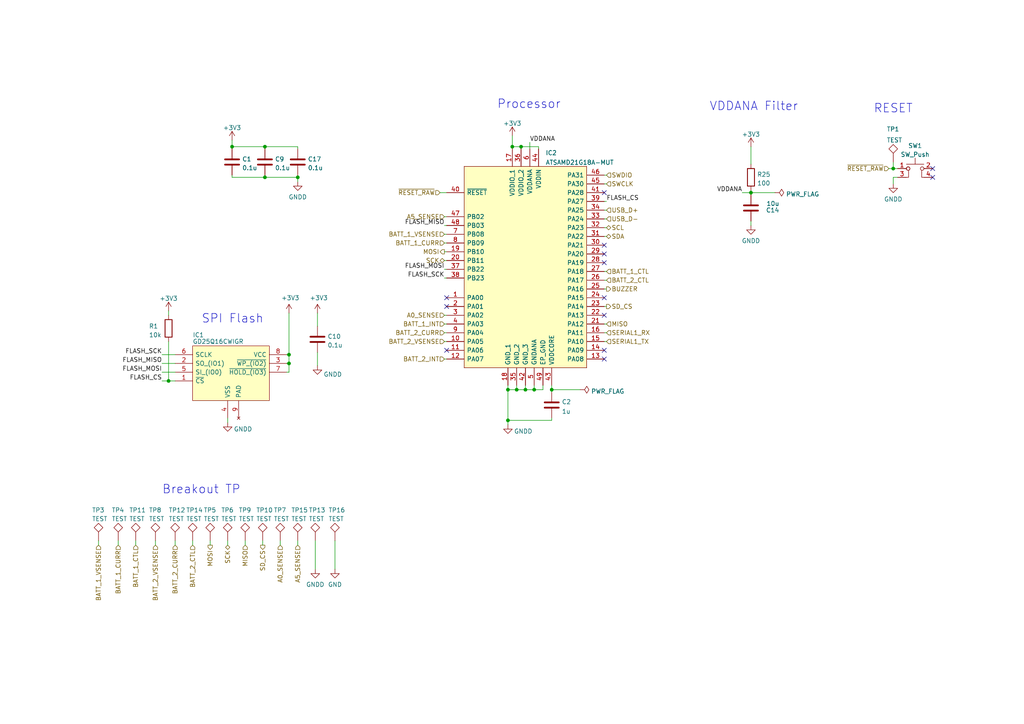
<source format=kicad_sch>
(kicad_sch (version 20211123) (generator eeschema)
  (paper "A4")
  (lib_symbols
    (symbol "0.power-symbols:+3.3V" (power) (pin_names (offset 0))
      (property "Value" "+3.3V" (at 0 3.556 0))
      (symbol "+3.3V_0_1"
        (polyline (pts (xy -0.762 1.27) (xy 0 2.54)))
        (polyline (pts (xy 0 0) (xy 0 2.54)))
        (polyline (pts (xy 0 2.54) (xy 0.762 1.27)))
      )
      (symbol "+3.3V_1_1"
        (pin power_in line (at 0 0 90) (length 0) hide (name "+3V3") (number "1"))
      )
    )
    (symbol "0.power-symbols:GND" (power) (pin_names (offset 0))
      (property "Value" "GND" (at 0 -3.81 0))
      (symbol "GND_0_1"
        (polyline (pts (xy 0 0) (xy 0 -1.27) (xy 1.27 -1.27) (xy 0 -2.54) (xy -1.27 -1.27) (xy 0 -1.27)))
      )
      (symbol "GND_1_1"
        (pin power_in line (at 0 0 270) (length 0) hide (name "GND") (number "1"))
      )
    )
    (symbol "0.power-symbols:GNDD" (power) (pin_names (offset 0))
      (property "Value" "GNDD" (at 0 -3.81 0))
      (symbol "GNDD_0_1"
        (polyline (pts (xy 0 0) (xy 0 -1.27) (xy 1.27 -1.27) (xy 0 -2.54) (xy -1.27 -1.27) (xy 0 -1.27)))
      )
      (symbol "GNDD_1_1"
        (pin power_in line (at 0 0 270) (length 0) hide (name "GNDD") (number "1"))
      )
    )
    (symbol "0.power-symbols:PWR_FLAG" (power) (pin_numbers hide) (pin_names (offset 0) hide)
      (property "Value" "PWR_FLAG" (at 0 3.81 0))
      (symbol "PWR_FLAG_0_0"
        (pin power_out line (at 0 0 90) (length 0) (name "pwr") (number "1"))
      )
      (symbol "PWR_FLAG_0_1"
        (polyline (pts (xy 0 0) (xy 0 1.27) (xy -1.016 1.905) (xy 0 2.54) (xy 1.016 1.905) (xy 0 1.27)))
      )
    )
    (symbol "1.semi.embedded:GD25Q16CWIGR" (pin_names (offset 0.762))
      (property "Reference" "IC" (at -11.43 32.385 0))
      (property "Value" "GD25Q16CWIGR" (at -11.43 29.845 0))
      (symbol "GD25Q16CWIGR_0_0"
        (pin input line (at -16.51 -2.54 0) (length 5.08) (name "~{CS}") (number "1"))
        (pin bidirectional line (at -16.51 2.54 0) (length 5.08) (name "SO_(IO1)") (number "2"))
        (pin input line (at 15.875 2.54 180) (length 5.08) (name "~{WP_(IO2)}") (number "3"))
        (pin power_in line (at -1.27 -13.335 90) (length 5.08) (name "VSS") (number "4"))
        (pin bidirectional line (at -16.51 0 0) (length 5.08) (name "SI_(IO0)") (number "5"))
        (pin input line (at -16.51 5.08 0) (length 5.08) (name "SCLK") (number "6"))
        (pin input line (at 15.875 0 180) (length 5.08) (name "~{HOLD_(IO3)}") (number "7"))
        (pin power_in line (at 15.875 5.08 180) (length 5.08) (name "VCC") (number "8"))
        (pin no_connect line (at 1.905 -13.335 90) (length 5.08) (name "PAD") (number "9"))
      )
      (symbol "GD25Q16CWIGR_0_1"
        (polyline (pts (xy -11.43 7.62) (xy 10.795 7.62) (xy 10.795 -8.255) (xy -1.27 -8.255) (xy -11.43 -8.255) (xy -11.43 7.62)) (stroke (width 0.1524)) (fill (type background)))
      )
    )
    (symbol "1.semi.embedded_samdx:ATSAMD21G18A-MUT" (pin_names (offset 0.762))
      (property "Reference" "IC" (at 32.385 29.21 0))
      (property "Value" "ATSAMD21G18A-MUT" (at 32.385 26.67 0))
      (symbol "ATSAMD21G18A-MUT_0_0"
        (pin passive line (at -22.86 -7.62 0) (length 5.08) (name "PA00") (number "1"))
        (pin passive line (at -22.86 -20.32 0) (length 5.08) (name "PA05") (number "10"))
        (pin passive line (at -22.86 -22.86 0) (length 5.08) (name "PA06") (number "11"))
        (pin passive line (at -22.86 -25.4 0) (length 5.08) (name "PA07") (number "12"))
        (pin passive line (at 22.86 -25.4 180) (length 5.08) (name "PA08") (number "13"))
        (pin passive line (at 22.86 -22.86 180) (length 5.08) (name "PA09") (number "14"))
        (pin passive line (at 22.86 -20.32 180) (length 5.08) (name "PA10") (number "15"))
        (pin passive line (at 22.86 -17.78 180) (length 5.08) (name "PA11") (number "16"))
        (pin power_in line (at -3.81 35.56 270) (length 5.08) (name "VDDIO_1") (number "17"))
        (pin power_in line (at -5.08 -33.02 90) (length 5.08) (name "GND_1") (number "18"))
        (pin passive line (at -22.86 5.715 0) (length 5.08) (name "PB10") (number "19"))
        (pin passive line (at -22.86 -10.16 0) (length 5.08) (name "PA01") (number "2"))
        (pin passive line (at -22.86 3.175 0) (length 5.08) (name "PB11") (number "20"))
        (pin passive line (at 22.86 -15.24 180) (length 5.08) (name "PA12") (number "21"))
        (pin passive line (at 22.86 -12.7 180) (length 5.08) (name "PA13") (number "22"))
        (pin passive line (at 22.86 -10.16 180) (length 5.08) (name "PA14") (number "23"))
        (pin passive line (at 22.86 -7.62 180) (length 5.08) (name "PA15") (number "24"))
        (pin passive line (at 22.86 -5.08 180) (length 5.08) (name "PA16") (number "25"))
        (pin passive line (at 22.86 -2.54 180) (length 5.08) (name "PA17") (number "26"))
        (pin passive line (at 22.86 0 180) (length 5.08) (name "PA18") (number "27"))
        (pin passive line (at 22.86 2.54 180) (length 5.08) (name "PA19") (number "28"))
        (pin passive line (at 22.86 5.08 180) (length 5.08) (name "PA20") (number "29"))
        (pin passive line (at -22.86 -12.7 0) (length 5.08) (name "PA02") (number "3"))
        (pin passive line (at 22.86 7.62 180) (length 5.08) (name "PA21") (number "30"))
        (pin passive line (at 22.86 10.16 180) (length 5.08) (name "PA22") (number "31"))
        (pin passive line (at 22.86 12.7 180) (length 5.08) (name "PA23") (number "32"))
        (pin passive line (at 22.86 15.24 180) (length 5.08) (name "PA24") (number "33"))
        (pin passive line (at 22.86 17.78 180) (length 5.08) (name "PA25") (number "34"))
        (pin power_in line (at -2.54 -33.02 90) (length 5.08) (name "GND_2") (number "35"))
        (pin power_in line (at -1.27 35.56 270) (length 5.08) (name "VDDIO_2") (number "36"))
        (pin passive line (at -22.86 0.635 0) (length 5.08) (name "PB22") (number "37"))
        (pin passive line (at -22.86 -1.905 0) (length 5.08) (name "PB23") (number "38"))
        (pin passive line (at 22.86 20.32 180) (length 5.08) (name "PA27") (number "39"))
        (pin passive line (at -22.86 -15.24 0) (length 5.08) (name "PA03") (number "4"))
        (pin passive line (at -22.86 22.86 0) (length 5.08) (name "~{RESET}") (number "40"))
        (pin passive line (at 22.86 22.86 180) (length 5.08) (name "PA28") (number "41"))
        (pin power_in line (at 0 -33.02 90) (length 5.08) (name "GND_3") (number "42"))
        (pin power_in line (at 7.62 -33.02 90) (length 5.08) (name "VDDCORE") (number "43"))
        (pin power_in line (at 3.81 35.56 270) (length 5.08) (name "VDDIN") (number "44"))
        (pin passive line (at 22.86 25.4 180) (length 5.08) (name "PA30") (number "45"))
        (pin passive line (at 22.86 27.94 180) (length 5.08) (name "PA31") (number "46"))
        (pin passive line (at -22.86 15.875 0) (length 5.08) (name "PB02") (number "47"))
        (pin passive line (at -22.86 13.335 0) (length 5.08) (name "PB03") (number "48"))
        (pin power_in line (at 5.08 -33.02 90) (length 5.08) (name "EP_GND") (number "49"))
        (pin power_in line (at 2.54 -33.02 90) (length 5.08) (name "GNDANA") (number "5"))
        (pin power_in line (at 1.27 35.56 270) (length 5.08) (name "VDDANA") (number "6"))
        (pin passive line (at -22.86 10.795 0) (length 5.08) (name "PB08") (number "7"))
        (pin passive line (at -22.86 8.255 0) (length 5.08) (name "PB09") (number "8"))
        (pin passive line (at -22.86 -17.78 0) (length 5.08) (name "PA04") (number "9"))
      )
      (symbol "ATSAMD21G18A-MUT_0_1"
        (polyline (pts (xy -17.78 30.48) (xy 17.78 30.48) (xy 17.78 -27.94) (xy -17.78 -27.94) (xy -17.78 30.48)) (stroke (width 0.1524)) (fill (type background)))
      )
    )
    (symbol "2.passive:C" (pin_numbers hide) (pin_names (offset 0.254))
      (property "Reference" "C" (at 0.635 2.54 0))
      (property "Value" "C" (at 0.635 -2.54 0))
      (symbol "C_0_1"
        (polyline (pts (xy -2.032 -0.762) (xy 2.032 -0.762)) (stroke (width 0.508)))
        (polyline (pts (xy -2.032 0.762) (xy 2.032 0.762)) (stroke (width 0.508)))
      )
      (symbol "C_1_1"
        (pin passive line (at 0 3.81 270) (length 2.794) (name "~") (number "1"))
        (pin passive line (at 0 -3.81 90) (length 2.794) (name "~") (number "2"))
      )
    )
    (symbol "2.passive:R" (pin_numbers hide) (pin_names (offset 0))
      (property "Reference" "R" (at 2.032 0 90))
      (property "Value" "R" (at 0 0 90))
      (symbol "R_0_1"
        (rectangle (start -1.016 -2.54) (end 1.016 2.54) (stroke (width 0.254)))
      )
      (symbol "R_1_1"
        (pin passive line (at 0 3.81 270) (length 1.27) (name "~") (number "1"))
        (pin passive line (at 0 -3.81 90) (length 1.27) (name "~") (number "2"))
      )
    )
    (symbol "3.electromechanical.switch:SW_Push" (pin_names (offset 1.016) hide)
      (property "Reference" "SW" (at 1.27 2.54 0))
      (property "Value" "SW_Push" (at 0 -3.81 0))
      (symbol "SW_Push_0_1"
        (circle (center -2.032 0) (radius 0.508))
        (circle (center -2.032 0) (radius 0.508))
        (polyline (pts (xy 0 1.27) (xy 0 3.048)))
        (polyline (pts (xy 2.54 1.27) (xy -2.54 1.27)))
        (polyline (pts (xy -2.54 -2.54) (xy -1.905 -2.54) (xy -1.905 -0.635)))
        (polyline (pts (xy 2.54 -2.54) (xy 1.905 -2.54) (xy 1.905 -0.635)))
        (circle (center 2.032 0) (radius 0.508))
        (pin input line (at -5.08 0 0) (length 2.54) (name "1") (number "1"))
        (pin input line (at 5.08 0 180) (length 2.54) (name "2") (number "2"))
      )
      (symbol "SW_Push_1_1"
        (pin passive line (at -5.08 -2.54 0) (length 2.54) (name "3") (number "3"))
        (pin passive line (at 5.08 -2.54 180) (length 2.54) (name "4") (number "4"))
      )
    )
    (symbol "5.connector.interconnect:TEST" (pin_numbers hide) (pin_names (offset 1.016) hide)
      (property "Reference" "TP" (at 0 7.62 0))
      (property "Value" "TEST" (at 0 6.35 0))
      (symbol "TEST_0_1"
        (polyline (pts (xy 0 5.08) (xy -1.27 3.81) (xy 0 2.54) (xy 1.27 3.81) (xy 0 5.08) (xy 0 5.08)))
      )
      (symbol "TEST_1_1"
        (pin passive line (at 0 0 90) (length 2.54) (name "~") (number "1"))
      )
    )
  )
  (junction (at 152.4 113.03))
  (junction (at 154.94 113.03))
  (junction (at 86.36 51.435))
  (junction (at 217.805 55.88))
  (junction (at 148.59 42.545))
  (junction (at 149.86 113.03))
  (junction (at 83.82 105.41))
  (junction (at 147.32 113.03))
  (junction (at 48.895 110.49))
  (junction (at 259.08 48.895))
  (junction (at 151.13 42.545))
  (junction (at 147.32 121.92))
  (junction (at 76.835 42.545))
  (junction (at 76.835 51.435))
  (junction (at 67.31 42.545))
  (junction (at 160.02 113.03))
  (junction (at 83.82 102.87))
  (no_connect (at 270.51 51.435))
  (no_connect (at 175.26 91.44))
  (no_connect (at 175.26 86.36))
  (no_connect (at 175.26 76.2))
  (no_connect (at 129.54 101.6))
  (no_connect (at 175.26 104.14))
  (no_connect (at 175.26 101.6))
  (no_connect (at 129.54 86.36))
  (no_connect (at 270.51 48.895))
  (no_connect (at 175.26 73.66))
  (no_connect (at 175.26 55.88))
  (no_connect (at 175.26 71.12))
  (no_connect (at 129.54 88.9))
  (wire (pts (xy 259.08 46.99) (xy 259.08 48.895)))
  (wire (pts (xy 67.31 42.545) (xy 76.835 42.545)))
  (wire (pts (xy 147.32 113.03) (xy 147.32 121.92)))
  (wire (pts (xy 39.37 156.845) (xy 39.37 158.115)))
  (wire (pts (xy 76.835 42.545) (xy 86.36 42.545)))
  (wire (pts (xy 50.8 156.845) (xy 50.8 158.115)))
  (wire (pts (xy 55.88 156.845) (xy 55.88 158.115)))
  (wire (pts (xy 67.31 43.18) (xy 67.31 42.545)))
  (wire (pts (xy 156.21 42.545) (xy 156.21 43.18)))
  (wire (pts (xy 152.4 113.03) (xy 152.4 111.76)))
  (wire (pts (xy 127.635 55.88) (xy 129.54 55.88)))
  (wire (pts (xy 76.2 156.845) (xy 76.2 158.115)))
  (wire (pts (xy 175.26 99.06) (xy 175.895 99.06)))
  (wire (pts (xy 76.835 42.545) (xy 76.835 43.18)))
  (wire (pts (xy 128.905 62.865) (xy 129.54 62.865)))
  (wire (pts (xy 160.02 121.92) (xy 147.32 121.92)))
  (wire (pts (xy 83.185 107.95) (xy 83.82 107.95)))
  (wire (pts (xy 217.805 55.88) (xy 217.805 56.515)))
  (wire (pts (xy 259.08 51.435) (xy 259.08 53.34)))
  (wire (pts (xy 128.905 78.105) (xy 129.54 78.105)))
  (wire (pts (xy 71.12 156.845) (xy 71.12 158.115)))
  (wire (pts (xy 151.13 42.545) (xy 156.21 42.545)))
  (wire (pts (xy 86.36 51.435) (xy 86.36 52.705)))
  (wire (pts (xy 67.31 50.8) (xy 67.31 51.435)))
  (wire (pts (xy 128.905 67.945) (xy 129.54 67.945)))
  (wire (pts (xy 128.905 65.405) (xy 129.54 65.405)))
  (wire (pts (xy 259.08 48.895) (xy 260.35 48.895)))
  (wire (pts (xy 217.805 64.135) (xy 217.805 65.405)))
  (wire (pts (xy 128.905 80.645) (xy 129.54 80.645)))
  (wire (pts (xy 260.35 51.435) (xy 259.08 51.435)))
  (wire (pts (xy 83.82 105.41) (xy 83.82 107.95)))
  (wire (pts (xy 86.36 156.845) (xy 86.36 158.115)))
  (wire (pts (xy 147.32 113.03) (xy 147.32 111.76)))
  (wire (pts (xy 46.99 105.41) (xy 50.8 105.41)))
  (wire (pts (xy 46.99 107.95) (xy 50.8 107.95)))
  (wire (pts (xy 60.96 156.845) (xy 60.96 158.115)))
  (wire (pts (xy 83.82 90.805) (xy 83.82 102.87)))
  (wire (pts (xy 45.085 156.845) (xy 45.085 158.115)))
  (wire (pts (xy 147.32 121.92) (xy 147.32 123.19)))
  (wire (pts (xy 175.26 78.74) (xy 175.895 78.74)))
  (wire (pts (xy 97.155 156.845) (xy 97.155 165.1)))
  (wire (pts (xy 147.32 113.03) (xy 149.86 113.03)))
  (wire (pts (xy 175.895 68.58) (xy 175.26 68.58)))
  (wire (pts (xy 154.94 113.03) (xy 154.94 111.76)))
  (wire (pts (xy 66.04 122.555) (xy 66.04 121.285)))
  (wire (pts (xy 160.02 111.76) (xy 160.02 113.03)))
  (wire (pts (xy 66.04 156.845) (xy 66.04 158.115)))
  (wire (pts (xy 28.575 156.845) (xy 28.575 158.115)))
  (wire (pts (xy 48.895 99.06) (xy 48.895 110.49)))
  (wire (pts (xy 92.075 102.235) (xy 92.075 106.045)))
  (wire (pts (xy 175.26 53.34) (xy 175.895 53.34)))
  (wire (pts (xy 128.905 75.565) (xy 129.54 75.565)))
  (wire (pts (xy 175.26 83.82) (xy 175.895 83.82)))
  (wire (pts (xy 151.13 42.545) (xy 151.13 43.18)))
  (wire (pts (xy 175.26 81.28) (xy 175.895 81.28)))
  (wire (pts (xy 160.02 113.03) (xy 168.275 113.03)))
  (wire (pts (xy 76.835 51.435) (xy 86.36 51.435)))
  (wire (pts (xy 149.86 113.03) (xy 152.4 113.03)))
  (wire (pts (xy 92.075 90.805) (xy 92.075 94.615)))
  (wire (pts (xy 148.59 39.37) (xy 148.59 42.545)))
  (wire (pts (xy 175.26 50.8) (xy 175.895 50.8)))
  (wire (pts (xy 128.905 91.44) (xy 129.54 91.44)))
  (wire (pts (xy 128.905 70.485) (xy 129.54 70.485)))
  (wire (pts (xy 81.28 156.845) (xy 81.28 158.115)))
  (wire (pts (xy 217.805 42.545) (xy 217.805 47.625)))
  (wire (pts (xy 91.44 156.845) (xy 91.44 165.1)))
  (wire (pts (xy 153.67 41.275) (xy 153.67 43.18)))
  (wire (pts (xy 257.81 48.895) (xy 259.08 48.895)))
  (wire (pts (xy 83.82 102.87) (xy 83.82 105.41)))
  (wire (pts (xy 148.59 42.545) (xy 151.13 42.545)))
  (wire (pts (xy 175.26 88.9) (xy 175.895 88.9)))
  (wire (pts (xy 149.86 113.03) (xy 149.86 111.76)))
  (wire (pts (xy 67.31 51.435) (xy 76.835 51.435)))
  (wire (pts (xy 67.31 40.64) (xy 67.31 42.545)))
  (wire (pts (xy 175.895 66.04) (xy 175.26 66.04)))
  (wire (pts (xy 83.185 102.87) (xy 83.82 102.87)))
  (wire (pts (xy 175.26 93.98) (xy 175.895 93.98)))
  (wire (pts (xy 217.805 55.88) (xy 217.805 55.245)))
  (wire (pts (xy 152.4 113.03) (xy 154.94 113.03)))
  (wire (pts (xy 128.905 99.06) (xy 129.54 99.06)))
  (wire (pts (xy 34.29 156.845) (xy 34.29 158.115)))
  (wire (pts (xy 175.895 58.42) (xy 175.26 58.42)))
  (wire (pts (xy 48.895 110.49) (xy 50.8 110.49)))
  (wire (pts (xy 128.905 93.98) (xy 129.54 93.98)))
  (wire (pts (xy 160.02 113.03) (xy 160.02 113.665)))
  (wire (pts (xy 217.805 55.88) (xy 224.79 55.88)))
  (wire (pts (xy 160.02 121.92) (xy 160.02 121.285)))
  (wire (pts (xy 128.905 73.025) (xy 129.54 73.025)))
  (wire (pts (xy 215.265 55.88) (xy 217.805 55.88)))
  (wire (pts (xy 86.36 43.18) (xy 86.36 42.545)))
  (wire (pts (xy 83.185 105.41) (xy 83.82 105.41)))
  (wire (pts (xy 46.99 110.49) (xy 48.895 110.49)))
  (wire (pts (xy 128.905 104.14) (xy 129.54 104.14)))
  (wire (pts (xy 154.94 113.03) (xy 157.48 113.03)))
  (wire (pts (xy 157.48 113.03) (xy 157.48 111.76)))
  (wire (pts (xy 175.26 96.52) (xy 175.895 96.52)))
  (wire (pts (xy 175.895 60.96) (xy 175.26 60.96)))
  (wire (pts (xy 46.99 102.87) (xy 50.8 102.87)))
  (wire (pts (xy 148.59 42.545) (xy 148.59 43.18)))
  (wire (pts (xy 48.895 90.17) (xy 48.895 91.44)))
  (wire (pts (xy 128.905 96.52) (xy 129.54 96.52)))
  (wire (pts (xy 76.835 50.8) (xy 76.835 51.435)))
  (wire (pts (xy 175.26 63.5) (xy 175.895 63.5)))
  (wire (pts (xy 86.36 50.8) (xy 86.36 51.435)))
  (text "SPI Flash" (at 58.42 93.98 0) (effects (font (size 2.4892 2.4892)) (justify left bottom)))
  (text "VDDANA Filter" (at 205.74 32.385 0) (effects (font (size 2.4892 2.4892)) (justify left bottom)))
  (text "RESET" (at 253.365 33.02 0) (effects (font (size 2.4892 2.4892)) (justify left bottom)))
  (text "Breakout TP" (at 46.99 143.51 0) (effects (font (size 2.4892 2.4892)) (justify left bottom)))
  (text "Processor" (at 144.145 31.75 0) (effects (font (size 2.4892 2.4892)) (justify left bottom)))
  (label "FLASH_CS" (at 46.99 110.49 180))
  (label "FLASH_MISO" (at 128.905 65.405 180))
  (label "VDDANA" (at 215.265 55.88 180))
  (label "FLASH_MOSI" (at 46.99 107.95 180))
  (label "FLASH_MISO" (at 46.99 105.41 180))
  (label "FLASH_SCK" (at 46.99 102.87 180))
  (label "FLASH_MOSI" (at 128.905 78.105 180))
  (label "FLASH_CS" (at 175.895 58.42 0))
  (label "VDDANA" (at 153.67 41.275 0))
  (label "FLASH_SCK" (at 128.905 80.645 180))
  (hierarchical_label "MOSI" (shape output) (at 60.96 158.115 270))
  (hierarchical_label "SCK" (shape bidirectional) (at 128.905 75.565 180))
  (hierarchical_label "BATT_2_CURR" (shape input) (at 128.905 96.52 180))
  (hierarchical_label "BATT_2_INT" (shape input) (at 128.905 104.14 180))
  (hierarchical_label "SCK" (shape bidirectional) (at 66.04 158.115 270))
  (hierarchical_label "BATT_2_CTL" (shape input) (at 55.88 158.115 270))
  (hierarchical_label "SERIAL1_RX" (shape input) (at 175.895 96.52 0))
  (hierarchical_label "BATT_1_CURR" (shape input) (at 34.29 158.115 270))
  (hierarchical_label "BATT_2_CTL" (shape input) (at 175.895 81.28 0))
  (hierarchical_label "A5_SENSE" (shape input) (at 86.36 158.115 270))
  (hierarchical_label "MOSI" (shape output) (at 128.905 73.025 180))
  (hierarchical_label "BATT_1_CTL" (shape input) (at 39.37 158.115 270))
  (hierarchical_label "SCL" (shape bidirectional) (at 175.895 66.04 0))
  (hierarchical_label "USB_D-" (shape input) (at 175.895 63.5 0))
  (hierarchical_label "MISO" (shape input) (at 71.12 158.115 270))
  (hierarchical_label "BATT_2_CURR" (shape input) (at 50.8 158.115 270))
  (hierarchical_label "A0_SENSE" (shape input) (at 128.905 91.44 180))
  (hierarchical_label "BATT_1_INT" (shape input) (at 128.905 93.98 180))
  (hierarchical_label "SD_CS" (shape output) (at 175.895 88.9 0))
  (hierarchical_label "~{RESET_RAW}" (shape input) (at 127.635 55.88 180))
  (hierarchical_label "MISO" (shape input) (at 175.895 93.98 0))
  (hierarchical_label "BUZZER" (shape output) (at 175.895 83.82 0))
  (hierarchical_label "BATT_1_VSENSE" (shape input) (at 28.575 158.115 270))
  (hierarchical_label "BATT_2_VSENSE" (shape input) (at 128.905 99.06 180))
  (hierarchical_label "SWDIO" (shape input) (at 175.895 50.8 0))
  (hierarchical_label "USB_D+" (shape input) (at 175.895 60.96 0))
  (hierarchical_label "A0_SENSE" (shape input) (at 81.28 158.115 270))
  (hierarchical_label "~{RESET_RAW}" (shape input) (at 257.81 48.895 180))
  (hierarchical_label "SDA" (shape bidirectional) (at 175.895 68.58 0))
  (hierarchical_label "A5_SENSE" (shape input) (at 128.905 62.865 180))
  (hierarchical_label "BATT_1_CURR" (shape input) (at 128.905 70.485 180))
  (hierarchical_label "SWCLK" (shape input) (at 175.895 53.34 0))
  (hierarchical_label "BATT_1_VSENSE" (shape input) (at 128.905 67.945 180))
  (hierarchical_label "BATT_1_CTL" (shape input) (at 175.895 78.74 0))
  (hierarchical_label "SERIAL1_TX" (shape input) (at 175.895 99.06 0))
  (hierarchical_label "SD_CS" (shape output) (at 76.2 158.115 270))
  (hierarchical_label "BATT_2_VSENSE" (shape input) (at 45.085 158.115 270))
  (symbol (lib_id "5.connector.interconnect:TEST") (at 66.04 156.845 0) (unit 1)
    (property "Reference" "TP6" (at 64.135 147.955 0) (effects (justify left)))
    (property "Value" "TEST" (at 64.135 150.4919 0) (effects (justify left)))
    (property "Footprint" "0_misc:test_point_2mm_square" (effects hide))
  )
  (symbol (lib_id "5.connector.interconnect:TEST") (at 45.085 156.845 0) (unit 1)
    (property "Reference" "TP8" (at 43.18 147.955 0) (effects (justify left)))
    (property "Value" "TEST" (at 43.18 150.4919 0) (effects (justify left)))
    (property "Footprint" "0_misc:test_point_2mm_square" (effects hide))
  )
  (symbol (lib_id "5.connector.interconnect:TEST") (at 91.44 156.845 0) (unit 1)
    (property "Reference" "TP13" (at 89.535 147.955 0) (effects (justify left)))
    (property "Value" "TEST" (at 89.535 150.4919 0) (effects (justify left)))
    (property "Footprint" "0_misc:test_point_2mm_square" (effects hide))
  )
  (symbol (lib_id "5.connector.interconnect:TEST") (at 259.08 46.99 0) (unit 1)
    (property "Reference" "TP1" (at 257.175 37.465 0) (effects (justify left)))
    (property "Value" "TEST" (at 257.175 40.64 0) (effects (justify left)))
    (property "Footprint" "0_misc:test_point_1.0mm_square" (effects hide))
  )
  (symbol (lib_id "2.passive:C") (at 76.835 46.99 180) (unit 1)
    (property "Reference" "C9" (at 79.756 46.1553 0) (effects (justify right)))
    (property "Value" "0.1u" (at 79.756 48.6922 0) (effects (justify right)))
    (property "Footprint" "2_Passives_Capacitors_SMD_IPC:C_1608_603_B" (effects hide))
    (property "PN" "2,5" (effects hide))
  )
  (symbol (lib_id "0.power-symbols:+3.3V") (at 83.82 90.805 0) (unit 1)
    (property "Reference" "#PWR015" (effects hide))
    (property "Value" "+3.3V" (at 84.201 86.4108 0))
  )
  (symbol (lib_id "5.connector.interconnect:TEST") (at 86.36 156.845 0) (unit 1)
    (property "Reference" "TP15" (at 84.455 147.955 0) (effects (justify left)))
    (property "Value" "TEST" (at 84.455 150.4919 0) (effects (justify left)))
    (property "Footprint" "0_misc:test_point_2mm_square" (effects hide))
  )
  (symbol (lib_id "2.passive:C") (at 92.075 98.425 180) (unit 1)
    (property "Reference" "C10" (at 94.996 97.5903 0) (effects (justify right)))
    (property "Value" "0.1u" (at 94.996 100.1272 0) (effects (justify right)))
    (property "Footprint" "2_Passives_Capacitors_SMD_IPC:C_1608_603_B" (effects hide))
    (property "PN" "2,5" (effects hide))
  )
  (symbol (lib_id "0.power-symbols:GNDD") (at 217.805 65.405 0) (unit 1)
    (property "Reference" "#PWR0103" (effects hide))
    (property "Value" "GNDD" (at 217.805 69.8484 0))
  )
  (symbol (lib_id "1.semi.embedded:GD25Q16CWIGR") (at 67.31 107.95 0) (unit 1)
    (property "Reference" "IC1" (at 55.88 97.155 0) (effects (justify left)))
    (property "Value" "GD25Q16CWIGR" (at 55.88 99.06 0) (effects (justify left)))
    (property "Footprint" "1_Semi_Misc:SOIC-8_3.9x4.9mm_P1.27mm" (effects hide))
    (property "Datasheet" "https://ms.componentsearchengine.com/Datasheets/1/GD25Q16CWIGR.pdf" (effects hide))
    (property "PN" "TBD" (effects hide))
  )
  (symbol (lib_id "2.passive:C") (at 86.36 46.99 180) (unit 1)
    (property "Reference" "C17" (at 89.281 46.1553 0) (effects (justify right)))
    (property "Value" "0.1u" (at 89.281 48.6922 0) (effects (justify right)))
    (property "Footprint" "2_Passives_Capacitors_SMD_IPC:C_1608_603_B" (effects hide))
    (property "PN" "2,5" (effects hide))
  )
  (symbol (lib_id "5.connector.interconnect:TEST") (at 39.37 156.845 0) (unit 1)
    (property "Reference" "TP11" (at 37.465 147.955 0) (effects (justify left)))
    (property "Value" "TEST" (at 37.465 150.4919 0) (effects (justify left)))
    (property "Footprint" "0_misc:test_point_2mm_square" (effects hide))
  )
  (symbol (lib_id "5.connector.interconnect:TEST") (at 28.575 156.845 0) (unit 1)
    (property "Reference" "TP3" (at 26.67 147.955 0) (effects (justify left)))
    (property "Value" "TEST" (at 26.67 150.4919 0) (effects (justify left)))
    (property "Footprint" "0_misc:test_point_2mm_square" (effects hide))
  )
  (symbol (lib_id "0.power-symbols:+3.3V") (at 67.31 40.64 0) (unit 1)
    (property "Reference" "#PWR016" (effects hide))
    (property "Value" "+3.3V" (at 67.31 37.0642 0))
  )
  (symbol (lib_id "5.connector.interconnect:TEST") (at 81.28 156.845 0) (unit 1)
    (property "Reference" "TP7" (at 79.375 147.955 0) (effects (justify left)))
    (property "Value" "TEST" (at 79.375 150.4919 0) (effects (justify left)))
    (property "Footprint" "0_misc:test_point_2mm_square" (effects hide))
  )
  (symbol (lib_id "2.passive:R") (at 217.805 51.435 0) (unit 1)
    (property "Reference" "R25" (at 219.583 50.6003 0) (effects (justify left)))
    (property "Value" "100" (at 219.583 53.1372 0) (effects (justify left)))
    (property "Footprint" "2_Passives_Resistors_SMD_IPC:R_1608_603_B" (effects hide))
  )
  (symbol (lib_id "0.power-symbols:GNDD") (at 259.08 53.34 0) (unit 1)
    (property "Reference" "#PWR0135" (effects hide))
    (property "Value" "GNDD" (at 259.08 57.7834 0))
  )
  (symbol (lib_id "5.connector.interconnect:TEST") (at 60.96 156.845 0) (unit 1)
    (property "Reference" "TP5" (at 59.055 147.955 0) (effects (justify left)))
    (property "Value" "TEST" (at 59.055 150.4919 0) (effects (justify left)))
    (property "Footprint" "0_misc:test_point_2mm_square" (effects hide))
  )
  (symbol (lib_id "0.power-symbols:+3.3V") (at 48.895 90.17 0) (unit 1)
    (property "Reference" "#PWR013" (effects hide))
    (property "Value" "+3.3V" (at 48.895 86.5655 0))
  )
  (symbol (lib_id "0.power-symbols:+3.3V") (at 148.59 39.37 0) (unit 1)
    (property "Reference" "#PWR0154" (effects hide))
    (property "Value" "+3.3V" (at 148.59 35.7942 0))
  )
  (symbol (lib_id "0.power-symbols:GNDD") (at 66.04 122.555 0) (unit 1)
    (property "Reference" "#PWR014" (effects hide))
    (property "Value" "GNDD" (at 70.485 124.46 0))
  )
  (symbol (lib_id "2.passive:R") (at 48.895 95.25 0) (unit 1)
    (property "Reference" "R1" (at 43.18 94.615 0) (effects (justify left)))
    (property "Value" "10k" (at 43.18 97.155 0) (effects (justify left)))
    (property "Footprint" "2_Passives_Resistors_SMD_IPC:R_1608_603_B" (effects hide))
    (property "PN" "1,5" (effects hide))
  )
  (symbol (lib_id "1.semi.embedded_samdx:ATSAMD21G18A-MUT") (at 152.4 78.74 0) (unit 1)
    (property "Reference" "IC2" (at 158.2294 44.3443 0) (effects (justify left)))
    (property "Value" "ATSAMD21G18A-MUT" (at 158.2294 47.1194 0) (effects (justify left)))
    (property "Footprint" "1_Semi_QFN:QFN50P700X700X90-49N-D" (effects hide))
    (property "Datasheet" "https://datasheet.datasheetarchive.com/originals/distributors/DKDS41/DSANUWW0026743.pdf" (effects hide))
    (property "PN" "N/A" (effects hide))
  )
  (symbol (lib_id "0.power-symbols:PWR_FLAG") (at 224.79 55.88 270) (unit 1)
    (property "Reference" "#FLG0103" (effects hide))
    (property "Value" "PWR_FLAG" (at 227.965 56.3138 90) (effects (justify left)))
  )
  (symbol (lib_id "0.power-symbols:GNDD") (at 86.36 52.705 0) (unit 1)
    (property "Reference" "#PWR0155" (effects hide))
    (property "Value" "GNDD" (at 86.36 57.1484 0))
  )
  (symbol (lib_id "5.connector.interconnect:TEST") (at 55.88 156.845 0) (unit 1)
    (property "Reference" "TP14" (at 53.975 147.955 0) (effects (justify left)))
    (property "Value" "TEST" (at 53.975 150.4919 0) (effects (justify left)))
    (property "Footprint" "0_misc:test_point_2mm_square" (effects hide))
  )
  (symbol (lib_id "2.passive:C") (at 160.02 117.475 0) (unit 1)
    (property "Reference" "C2" (at 162.941 116.5665 0) (effects (justify left)))
    (property "Value" "1u" (at 162.941 119.3416 0) (effects (justify left)))
    (property "Footprint" "2_Passives_Capacitors_SMD_IPC:C_1608_603_B" (effects hide))
    (property "Part" "0603YC105KAT2A" (effects hide))
    (property "PN" "2,4" (effects hide))
  )
  (symbol (lib_id "2.passive:C") (at 217.805 60.325 180) (unit 1)
    (property "Reference" "C14" (at 226.06 60.96 0) (effects (justify left)))
    (property "Value" "10u" (at 226.06 59.055 0) (effects (justify left)))
    (property "Footprint" "2_Passives_Capacitors_SMD_IPC:C_2012_805_B" (effects hide))
    (property "PN" "2,2" (effects hide))
  )
  (symbol (lib_id "0.power-symbols:GNDD") (at 92.075 106.045 0) (unit 1)
    (property "Reference" "#PWR0137" (effects hide))
    (property "Value" "GNDD" (at 96.52 108.585 0))
  )
  (symbol (lib_id "5.connector.interconnect:TEST") (at 76.2 156.845 0) (unit 1)
    (property "Reference" "TP10" (at 74.295 147.955 0) (effects (justify left)))
    (property "Value" "TEST" (at 74.295 150.4919 0) (effects (justify left)))
    (property "Footprint" "0_misc:test_point_2mm_square" (effects hide))
  )
  (symbol (lib_id "5.connector.interconnect:TEST") (at 97.155 156.845 0) (unit 1)
    (property "Reference" "TP16" (at 95.25 147.955 0) (effects (justify left)))
    (property "Value" "TEST" (at 95.25 150.4919 0) (effects (justify left)))
    (property "Footprint" "0_misc:test_point_2mm_square" (effects hide))
  )
  (symbol (lib_id "5.connector.interconnect:TEST") (at 34.29 156.845 0) (unit 1)
    (property "Reference" "TP4" (at 32.385 147.955 0) (effects (justify left)))
    (property "Value" "TEST" (at 32.385 150.4919 0) (effects (justify left)))
    (property "Footprint" "0_misc:test_point_2mm_square" (effects hide))
  )
  (symbol (lib_id "0.power-symbols:GND") (at 97.155 165.1 0) (unit 1)
    (property "Reference" "#PWR0152" (effects hide))
    (property "Value" "GND" (at 97.155 169.5434 0))
  )
  (symbol (lib_id "0.power-symbols:+3.3V") (at 92.075 90.805 0) (unit 1)
    (property "Reference" "#PWR0140" (effects hide))
    (property "Value" "+3.3V" (at 92.456 86.4108 0))
  )
  (symbol (lib_id "0.power-symbols:+3.3V") (at 217.805 42.545 0) (unit 1)
    (property "Reference" "#PWR0107" (effects hide))
    (property "Value" "+3.3V" (at 217.805 38.9692 0))
  )
  (symbol (lib_id "0.power-symbols:GNDD") (at 147.32 123.19 0) (unit 1)
    (property "Reference" "#PWR019" (effects hide))
    (property "Value" "GNDD" (at 151.765 125.095 0))
  )
  (symbol (lib_id "5.connector.interconnect:TEST") (at 50.8 156.845 0) (unit 1)
    (property "Reference" "TP12" (at 48.895 147.955 0) (effects (justify left)))
    (property "Value" "TEST" (at 48.895 150.4919 0) (effects (justify left)))
    (property "Footprint" "0_misc:test_point_2mm_square" (effects hide))
  )
  (symbol (lib_id "0.power-symbols:PWR_FLAG") (at 168.275 113.03 270) (unit 1)
    (property "Reference" "#FLG01" (effects hide))
    (property "Value" "PWR_FLAG" (at 171.45 113.509 90) (effects (justify left)))
  )
  (symbol (lib_id "0.power-symbols:GNDD") (at 91.44 165.1 0) (unit 1)
    (property "Reference" "#PWR0139" (effects hide))
    (property "Value" "GNDD" (at 91.44 169.5434 0))
  )
  (symbol (lib_id "2.passive:C") (at 67.31 46.99 180) (unit 1)
    (property "Reference" "C1" (at 70.231 46.1553 0) (effects (justify right)))
    (property "Value" "0.1u" (at 70.231 48.6922 0) (effects (justify right)))
    (property "Footprint" "2_Passives_Capacitors_SMD_IPC:C_1608_603_B" (effects hide))
    (property "PN" "2,5" (effects hide))
  )
  (symbol (lib_id "3.electromechanical.switch:SW_Push") (at 265.43 48.895 0) (unit 1)
    (property "Reference" "SW1" (at 265.43 42.2742 0))
    (property "Value" "SW_Push" (at 265.43 44.8111 0))
    (property "Footprint" "3_Electromechanical_Buttons_Switches_SMD:KMR243GLFG" (effects hide))
    (property "PN" "TBD" (effects hide))
  )
  (symbol (lib_id "5.connector.interconnect:TEST") (at 71.12 156.845 0) (unit 1)
    (property "Reference" "TP9" (at 69.215 147.955 0) (effects (justify left)))
    (property "Value" "TEST" (at 69.215 150.4919 0) (effects (justify left)))
    (property "Footprint" "0_misc:test_point_2mm_square" (effects hide))
  )
)
</source>
